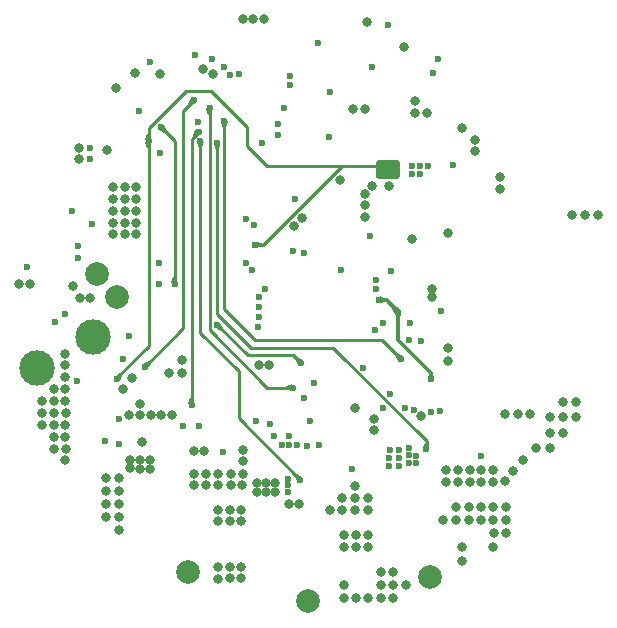
<source format=gbr>
%TF.GenerationSoftware,KiCad,Pcbnew,9.0.0*%
%TF.CreationDate,2025-06-25T03:54:54+08:00*%
%TF.ProjectId,CAPSTONE_MC,43415053-544f-44e4-955f-4d432e6b6963,Ver. 1.0.0*%
%TF.SameCoordinates,Original*%
%TF.FileFunction,Copper,L3,Inr*%
%TF.FilePolarity,Positive*%
%FSLAX46Y46*%
G04 Gerber Fmt 4.6, Leading zero omitted, Abs format (unit mm)*
G04 Created by KiCad (PCBNEW 9.0.0) date 2025-06-25 03:54:54*
%MOMM*%
%LPD*%
G01*
G04 APERTURE LIST*
%TA.AperFunction,ComponentPad*%
%ADD10C,2.000000*%
%TD*%
%TA.AperFunction,ComponentPad*%
%ADD11C,3.000000*%
%TD*%
%TA.AperFunction,ViaPad*%
%ADD12C,0.800000*%
%TD*%
%TA.AperFunction,ViaPad*%
%ADD13C,0.600000*%
%TD*%
%TA.AperFunction,Conductor*%
%ADD14C,0.250000*%
%TD*%
%TA.AperFunction,Conductor*%
%ADD15C,0.254000*%
%TD*%
%TA.AperFunction,Conductor*%
%ADD16C,0.300000*%
%TD*%
G04 APERTURE END LIST*
D10*
%TO.N,/CANL*%
%TO.C,TP16*%
X84295000Y-57885000D03*
%TD*%
%TO.N,/CANH*%
%TO.C,TP13*%
X82575000Y-55955000D03*
%TD*%
D11*
%TO.N,GND*%
%TO.C,TP2*%
X82245000Y-61265000D03*
%TD*%
%TO.N,/HVBUS*%
%TO.C,TP1*%
X77505000Y-63925000D03*
%TD*%
D10*
%TO.N,/HS2*%
%TO.C,TP4*%
X100415000Y-83665000D03*
%TD*%
%TO.N,/HS3*%
%TO.C,TP5*%
X110775000Y-81655000D03*
%TD*%
%TO.N,/HS1*%
%TO.C,TP3*%
X90235000Y-81165000D03*
%TD*%
D12*
%TO.N,GND*%
X80540000Y-57000000D03*
D13*
%TO.N,/LED_GREEN*%
X79900000Y-59330000D03*
D12*
%TO.N,GND*%
X112300000Y-52500000D03*
X93900000Y-72900000D03*
X91500000Y-38600000D03*
X92400000Y-39000000D03*
X115120000Y-73580000D03*
D13*
X98200000Y-70400000D03*
D12*
X92800000Y-72900000D03*
X102300000Y-75900000D03*
D13*
X103200000Y-55600000D03*
D12*
X105830000Y-48505000D03*
X85800000Y-38900000D03*
X104370001Y-67305331D03*
X91785000Y-73805000D03*
X103112653Y-48012653D03*
D13*
X109400000Y-67470000D03*
D12*
X116120000Y-73580000D03*
X96700000Y-34400000D03*
X114120000Y-73580000D03*
X89800000Y-64300000D03*
X116710000Y-47710000D03*
D13*
X106100000Y-60700000D03*
D12*
X99225000Y-51912653D03*
X117800000Y-72600000D03*
X85900000Y-51600000D03*
X103300000Y-75900000D03*
X116720000Y-48730000D03*
D13*
X98845558Y-69664442D03*
D12*
X99690000Y-75440000D03*
D13*
X109580000Y-71330000D03*
X98775000Y-73295000D03*
D12*
X93885000Y-73805000D03*
X96300000Y-63700000D03*
X88900000Y-67900000D03*
X113110000Y-73580000D03*
X81100000Y-58000000D03*
X84900000Y-48600000D03*
X87100000Y-67900000D03*
D13*
X84470000Y-68270000D03*
X86100000Y-42200000D03*
X108970000Y-70700000D03*
X98775000Y-74434250D03*
D12*
X103300000Y-74900000D03*
D13*
X108980000Y-71940000D03*
D12*
X89800000Y-63200000D03*
X83900000Y-52600000D03*
X112300000Y-63300000D03*
X109500000Y-41300000D03*
X104200000Y-42000000D03*
X110900000Y-57900000D03*
X114120000Y-72580000D03*
X105500000Y-75900000D03*
X125000000Y-51000000D03*
X90750000Y-73830000D03*
X92785000Y-73805000D03*
X116120000Y-72580000D03*
X110500000Y-42300000D03*
X90750000Y-70980000D03*
X83393674Y-45481021D03*
X117100000Y-73500000D03*
X85900000Y-52600000D03*
X97100000Y-63700000D03*
X86400000Y-70200000D03*
X105285000Y-50155000D03*
X114540000Y-45580000D03*
D13*
X109595000Y-71947000D03*
X98845558Y-70400000D03*
D12*
X82000000Y-58000000D03*
D13*
X106200000Y-56500000D03*
X106800000Y-60100000D03*
D12*
X110000000Y-68000000D03*
X119200000Y-67800000D03*
X106000000Y-69200000D03*
X105300000Y-42000000D03*
X85900000Y-49600000D03*
X112110000Y-73580000D03*
X85900000Y-48600000D03*
X88000000Y-67900000D03*
X94900000Y-72900000D03*
X83900000Y-49600000D03*
X110900000Y-57200000D03*
X91600000Y-70970000D03*
X112300000Y-62200000D03*
X104400000Y-74900000D03*
X94900000Y-34400000D03*
X114600000Y-44600000D03*
X105400000Y-34600000D03*
X99907322Y-51217984D03*
X112110000Y-72580000D03*
D13*
X108970000Y-71320000D03*
D12*
X86200000Y-67900000D03*
X106000000Y-68200000D03*
X76900000Y-56800000D03*
X94900000Y-70900000D03*
X118600000Y-71700000D03*
X113500000Y-43600000D03*
X109500000Y-42300000D03*
X84900000Y-49600000D03*
X104400000Y-75900000D03*
X83900000Y-48600000D03*
X118200000Y-67800000D03*
D13*
X108670000Y-67310000D03*
D12*
X85300000Y-67900000D03*
X109200000Y-53000000D03*
X122800000Y-51000000D03*
X94905000Y-71765000D03*
D13*
X107500000Y-55700000D03*
D12*
X104400000Y-73900000D03*
X98790000Y-75440000D03*
X83900000Y-51600000D03*
D13*
X106200000Y-57200000D03*
X98780000Y-73850000D03*
X96800000Y-57200000D03*
D12*
X90765000Y-72925000D03*
X105300000Y-51100000D03*
X123900000Y-51000000D03*
X113110000Y-72580000D03*
X84900000Y-51600000D03*
X76000000Y-56800000D03*
X94885000Y-73805000D03*
X88700000Y-64300000D03*
X85900000Y-50600000D03*
X105300000Y-49200000D03*
X85500000Y-64800000D03*
X95800000Y-34400000D03*
D13*
X99500000Y-70400000D03*
D12*
X108600000Y-36700000D03*
X87900000Y-39000000D03*
X117100000Y-67800000D03*
D13*
X81965000Y-46255000D03*
D12*
X84900000Y-50600000D03*
X105500000Y-74900000D03*
X91800000Y-72900000D03*
D13*
X81965000Y-45285000D03*
D12*
X84200000Y-40200000D03*
X83900000Y-50600000D03*
X84900000Y-52600000D03*
X86200000Y-67000000D03*
X115120000Y-72580000D03*
D13*
%TO.N,+3V3*%
X87050000Y-38000000D03*
X90900000Y-37450000D03*
X101250000Y-36400000D03*
X99350000Y-49600000D03*
X76650000Y-55400000D03*
%TO.N,+3.3VA*%
X86950000Y-44700000D03*
X95931147Y-53500000D03*
X106800000Y-46800000D03*
X100100000Y-66500000D03*
X84300000Y-64850000D03*
X107775000Y-47535000D03*
X110000000Y-61650000D03*
%TO.N,GNDA*%
X87900000Y-45700000D03*
X107400000Y-66100000D03*
D12*
X84800000Y-65700000D03*
D13*
X96000000Y-68400000D03*
X95877210Y-51846955D03*
X91150000Y-43100000D03*
D12*
X107300000Y-48500000D03*
D13*
X97200000Y-68700000D03*
X100900000Y-65200000D03*
X83259054Y-70127764D03*
X109035000Y-60100000D03*
X109013370Y-61586630D03*
X111700000Y-59105000D03*
X84800000Y-63175000D03*
D12*
%TO.N,/HVBUS*%
X79900000Y-68750000D03*
X79900000Y-66750000D03*
X84400000Y-74300000D03*
X114100000Y-75700000D03*
X94800000Y-75900000D03*
X106600000Y-83400000D03*
X83300000Y-76500000D03*
X104500000Y-78100000D03*
X104500000Y-83400000D03*
X113500000Y-79100000D03*
X84400000Y-76500000D03*
X79900000Y-64700000D03*
X83300000Y-75400000D03*
X94800000Y-80800000D03*
X92800000Y-75900000D03*
X92800000Y-81800000D03*
X117200000Y-76800000D03*
X83300000Y-74300000D03*
X113500000Y-80300000D03*
X111900000Y-76800000D03*
X123100000Y-68100000D03*
X116135000Y-79095000D03*
X78895000Y-65700000D03*
X105500000Y-78100000D03*
X116150000Y-77915000D03*
X106600000Y-81200000D03*
X116100000Y-76800000D03*
X120900000Y-69400000D03*
X92800000Y-76900000D03*
X105500000Y-79100000D03*
X122000000Y-69400000D03*
X116100000Y-75700000D03*
X122000000Y-66800000D03*
X105500000Y-83400000D03*
X120900000Y-70700000D03*
X103500000Y-79100000D03*
X104500000Y-79100000D03*
X113000000Y-75700000D03*
X119700000Y-70700000D03*
X84400000Y-75400000D03*
X78905000Y-69750000D03*
X77905000Y-67750000D03*
X79900000Y-62700000D03*
X79905000Y-70750000D03*
X115100000Y-75700000D03*
X114100000Y-76800000D03*
X94800000Y-81700000D03*
X92800000Y-80800000D03*
X84400000Y-73200000D03*
X79900000Y-69750000D03*
X107600000Y-83400000D03*
X93800000Y-81700000D03*
X117200000Y-77900000D03*
X78900000Y-68750000D03*
X79895000Y-65700000D03*
X103500000Y-83400000D03*
X113000000Y-76800000D03*
X94800000Y-76900000D03*
X106600000Y-82300000D03*
X93800000Y-80800000D03*
X93800000Y-75900000D03*
X84400000Y-77600000D03*
X122000000Y-68100000D03*
X93800000Y-76900000D03*
X78905000Y-70750000D03*
X79900000Y-63700000D03*
X107600000Y-81200000D03*
X117200000Y-75700000D03*
X120900000Y-68100000D03*
X103500000Y-82300000D03*
D13*
X80900000Y-65000000D03*
D12*
X79900000Y-71750000D03*
X79905000Y-67750000D03*
X115100000Y-76800000D03*
X77900000Y-68750000D03*
X77905000Y-66750000D03*
X83300000Y-73200000D03*
D13*
X85300000Y-61200000D03*
D12*
X123100000Y-66800000D03*
X78905000Y-66750000D03*
X107600000Y-82300000D03*
X103500000Y-78100000D03*
X78905000Y-67750000D03*
X108700000Y-82300000D03*
D13*
%TO.N,+3V8*%
X109200000Y-47500000D03*
X112700000Y-46700000D03*
D12*
X81005000Y-45285000D03*
D13*
X109900000Y-47500000D03*
X105655000Y-52745000D03*
X110600000Y-46800000D03*
X109200000Y-46800000D03*
D12*
X81005000Y-46255000D03*
D13*
X109900000Y-46800000D03*
%TO.N,/HS2*%
X104186750Y-72490000D03*
%TO.N,/HS3*%
X115080000Y-71410000D03*
%TO.N,/HS1*%
X93245000Y-71055000D03*
%TO.N,/CURRENT_3*%
X108300000Y-63150000D03*
X93360000Y-42990000D03*
%TO.N,/CURRENT_2*%
X92112064Y-41880692D03*
X99150000Y-65580000D03*
%TO.N,/CURRENT_1*%
X86650000Y-63800000D03*
X90780000Y-41238000D03*
%TO.N,/ADC_TEMP*%
X92758058Y-60241942D03*
X99820000Y-63490000D03*
%TO.N,/TEMP_MOTOR*%
X95160000Y-51295000D03*
%TO.N,/CANH*%
X111397921Y-37724796D03*
X87800000Y-55025000D03*
%TO.N,/CANL*%
X87800000Y-56800000D03*
X111041942Y-38941942D03*
%TO.N,/U1_RX_FAULT*%
X80435000Y-50605000D03*
X93801000Y-39130000D03*
%TO.N,/U1_TX_SERVO*%
X94595342Y-39035000D03*
X82125000Y-51695000D03*
%TO.N,/LED_RED*%
X95691117Y-55625000D03*
X100100000Y-54150000D03*
X78990000Y-59990001D03*
%TO.N,/LED_GREEN*%
X99150000Y-54000000D03*
X95150000Y-55000000D03*
%TO.N,Net-(U4-VS)*%
X107330000Y-71550000D03*
X108100000Y-72190000D03*
X107330000Y-72190000D03*
X108110000Y-71550000D03*
X107340000Y-70900000D03*
X108100000Y-70900000D03*
X106750000Y-67290000D03*
D12*
%TO.N,Net-(U3-VS)*%
X97620000Y-74420000D03*
X96140000Y-74430000D03*
X96860000Y-74430000D03*
X96140000Y-73670000D03*
D13*
X97540000Y-69690000D03*
D12*
X97600000Y-73670000D03*
X96860000Y-73670000D03*
%TO.N,Net-(U2-VS)*%
X86200000Y-72430000D03*
X87020000Y-72430000D03*
X87020000Y-71710000D03*
D13*
X84400000Y-70360000D03*
D12*
X86200000Y-71710000D03*
X85380000Y-72420000D03*
X85390000Y-71710000D03*
D13*
%TO.N,/AN_IN*%
X87950000Y-43500000D03*
X89150000Y-56800000D03*
%TO.N,/VOLTAGE_1*%
X90590000Y-67040000D03*
X91161930Y-43925300D03*
%TO.N,/VOLTAGE_2*%
X91302298Y-44712892D03*
X99795000Y-73365000D03*
%TO.N,/VOLTAGE_3*%
X110395000Y-70815000D03*
X92733000Y-44850000D03*
%TO.N,/USB_DM*%
X98880000Y-40000003D03*
X80930000Y-54585000D03*
%TO.N,/USB_DP*%
X98880000Y-39200000D03*
X80935000Y-53595000D03*
%TO.N,/L1*%
X89890000Y-68860000D03*
X96556147Y-44850000D03*
%TO.N,/TX_SCL_MOSI*%
X96306149Y-57906149D03*
%TO.N,/H1*%
X91215000Y-68810000D03*
X97875000Y-43225000D03*
%TO.N,/L3*%
X102215000Y-44395822D03*
X110826707Y-67615293D03*
%TO.N,/L2*%
X100385001Y-70508771D03*
X97875000Y-44230000D03*
%TO.N,/H3*%
X111623799Y-67547109D03*
X102290000Y-40530000D03*
%TO.N,/MISO_ADC_EXT2*%
X96258058Y-58741942D03*
%TO.N,/H2*%
X98383058Y-41883058D03*
X101370000Y-70440000D03*
%TO.N,/SCK_ADC_EXT*%
X96240750Y-59608519D03*
%TO.N,/CAN_RX*%
X105870000Y-38410000D03*
X93293161Y-38410000D03*
%TO.N,/CAN_TX*%
X92290000Y-37736902D03*
X107180000Y-34840000D03*
%TO.N,/RX_SDA_NSS*%
X96208242Y-60459895D03*
%TO.N,/Vref*%
X108050000Y-59150000D03*
X100600000Y-68400000D03*
X106444669Y-58144669D03*
X105121942Y-63878058D03*
X110850000Y-64850000D03*
%TD*%
D14*
%TO.N,+3.3VA*%
X86950000Y-62050000D02*
X86950000Y-44700000D01*
X86950000Y-44700000D02*
X86950000Y-43614702D01*
X99900000Y-46800000D02*
X103500000Y-46800000D01*
X95250000Y-43550000D02*
X95250000Y-45100000D01*
X90064702Y-40500000D02*
X92200000Y-40500000D01*
X96600000Y-53500000D02*
X103300000Y-46800000D01*
X84300000Y-64700000D02*
X86950000Y-62050000D01*
X95250000Y-45100000D02*
X96950000Y-46800000D01*
X96950000Y-46800000D02*
X99900000Y-46800000D01*
X95931147Y-53500000D02*
X96600000Y-53500000D01*
X86950000Y-43614702D02*
X90064702Y-40500000D01*
X92200000Y-40500000D02*
X95250000Y-43550000D01*
X103500000Y-46800000D02*
X106800000Y-46800000D01*
X84300000Y-64850000D02*
X84300000Y-64700000D01*
X103300000Y-46800000D02*
X103500000Y-46800000D01*
D15*
%TO.N,/CURRENT_3*%
X106700000Y-61550000D02*
X95950000Y-61550000D01*
X93360000Y-58960000D02*
X93360000Y-42990000D01*
X95950000Y-61550000D02*
X93360000Y-58960000D01*
X108300000Y-63150000D02*
X106700000Y-61550000D01*
D14*
%TO.N,/CURRENT_2*%
X92107000Y-41885756D02*
X92112064Y-41880692D01*
X99150000Y-65580000D02*
X96980000Y-65580000D01*
X92107000Y-60707000D02*
X92107000Y-41885756D01*
X96980000Y-65580000D02*
X92107000Y-60707000D01*
D15*
%TO.N,/CURRENT_1*%
X89890000Y-60560000D02*
X89890000Y-42128000D01*
X89890000Y-42128000D02*
X90780000Y-41238000D01*
X86650000Y-63800000D02*
X89890000Y-60560000D01*
D14*
%TO.N,/ADC_TEMP*%
X99155000Y-62825000D02*
X95341116Y-62825000D01*
X95341116Y-62825000D02*
X92758058Y-60241942D01*
X99820000Y-63490000D02*
X99155000Y-62825000D01*
D15*
%TO.N,/AN_IN*%
X89150000Y-44700000D02*
X87950000Y-43500000D01*
X89150000Y-56800000D02*
X89150000Y-44700000D01*
D14*
%TO.N,/VOLTAGE_1*%
X91161930Y-43925300D02*
X90590000Y-44497230D01*
X90590000Y-44497230D02*
X90590000Y-67040000D01*
%TO.N,/VOLTAGE_2*%
X91320000Y-60920000D02*
X94600000Y-64200000D01*
X99795000Y-73365000D02*
X94600000Y-68170000D01*
X91302298Y-44712892D02*
X91320000Y-44730594D01*
X91320000Y-44730594D02*
X91320000Y-60920000D01*
X94600000Y-68170000D02*
X94600000Y-64200000D01*
%TO.N,/VOLTAGE_3*%
X92733000Y-59333000D02*
X92733000Y-44850000D01*
X95600000Y-62200000D02*
X92733000Y-59333000D01*
X110475000Y-70115000D02*
X102560000Y-62200000D01*
X102560000Y-62200000D02*
X95600000Y-62200000D01*
X110475000Y-70735000D02*
X110475000Y-70115000D01*
X110395000Y-70815000D02*
X110475000Y-70735000D01*
D16*
%TO.N,/Vref*%
X110850000Y-64342500D02*
X110850000Y-64850000D01*
X106500000Y-58200000D02*
X107100000Y-58200000D01*
X107100000Y-58200000D02*
X108050000Y-59150000D01*
X108085000Y-59185000D02*
X108050000Y-59150000D01*
X106444669Y-58144669D02*
X106500000Y-58200000D01*
X108085000Y-61577500D02*
X110850000Y-64342500D01*
X108085000Y-61577500D02*
X108085000Y-59185000D01*
%TD*%
%TA.AperFunction,Conductor*%
%TO.N,+3.3VA*%
G36*
X107907243Y-46301441D02*
G01*
X107950233Y-46309992D01*
X108000173Y-46319925D01*
X108027208Y-46331124D01*
X108099727Y-46379579D01*
X108101272Y-46381124D01*
X108102409Y-46381456D01*
X108120420Y-46400272D01*
X108168875Y-46472791D01*
X108180074Y-46499826D01*
X108198559Y-46592755D01*
X108200000Y-46607387D01*
X108200000Y-47592612D01*
X108198559Y-47607244D01*
X108180074Y-47700173D01*
X108179237Y-47702192D01*
X108179366Y-47703367D01*
X108168875Y-47727208D01*
X108120420Y-47799727D01*
X108099727Y-47820420D01*
X108027208Y-47868875D01*
X108000173Y-47880074D01*
X107907244Y-47898559D01*
X107892612Y-47900000D01*
X107387772Y-47900000D01*
X107380138Y-47899500D01*
X107379057Y-47899500D01*
X107220943Y-47899500D01*
X107219862Y-47899500D01*
X107212228Y-47900000D01*
X106507388Y-47900000D01*
X106492756Y-47898559D01*
X106399826Y-47880074D01*
X106372791Y-47868875D01*
X106300272Y-47820420D01*
X106279579Y-47799727D01*
X106231124Y-47727208D01*
X106219925Y-47700173D01*
X106201441Y-47607243D01*
X106200000Y-47592612D01*
X106200000Y-46607387D01*
X106201441Y-46592756D01*
X106204048Y-46579644D01*
X106219926Y-46499824D01*
X106231124Y-46472791D01*
X106279581Y-46400269D01*
X106300269Y-46379581D01*
X106372791Y-46331123D01*
X106399824Y-46319926D01*
X106460225Y-46307911D01*
X106492757Y-46301441D01*
X106507388Y-46300000D01*
X107892612Y-46300000D01*
X107907243Y-46301441D01*
G37*
%TD.AperFunction*%
%TD*%
%TA.AperFunction,Conductor*%
%TO.N,+3.3VA*%
G36*
X87231479Y-44755946D02*
G01*
X87238907Y-44760945D01*
X87240626Y-44769733D01*
X87240315Y-44770937D01*
X87077583Y-45286060D01*
X87071823Y-45292917D01*
X87066426Y-45294236D01*
X86833574Y-45294236D01*
X86825301Y-45290809D01*
X86822417Y-45286060D01*
X86659684Y-44770937D01*
X86660460Y-44762016D01*
X86667317Y-44756256D01*
X86668500Y-44755950D01*
X86947682Y-44699469D01*
X86952318Y-44699469D01*
X87231479Y-44755946D01*
G37*
%TD.AperFunction*%
%TD*%
%TA.AperFunction,Conductor*%
%TO.N,+3.3VA*%
G36*
X87074699Y-44109191D02*
G01*
X87077583Y-44113940D01*
X87240315Y-44629062D01*
X87239539Y-44637983D01*
X87232682Y-44643743D01*
X87231478Y-44644054D01*
X86952320Y-44700530D01*
X86947680Y-44700530D01*
X86714553Y-44653366D01*
X86668520Y-44644053D01*
X86661092Y-44639054D01*
X86659373Y-44630266D01*
X86659680Y-44629075D01*
X86822417Y-44113939D01*
X86828177Y-44107083D01*
X86833574Y-44105764D01*
X87066426Y-44105764D01*
X87074699Y-44109191D01*
G37*
%TD.AperFunction*%
%TD*%
%TA.AperFunction,Conductor*%
%TO.N,+3.3VA*%
G36*
X84550197Y-64287670D02*
G01*
X84714824Y-64452297D01*
X84718251Y-64460570D01*
X84717824Y-64463702D01*
X84597134Y-64898094D01*
X84591618Y-64905148D01*
X84583610Y-64906443D01*
X84304088Y-64851647D01*
X84296630Y-64846694D01*
X84139311Y-64609576D01*
X84137593Y-64600789D01*
X84141852Y-64593895D01*
X84534717Y-64286725D01*
X84543346Y-64284330D01*
X84550197Y-64287670D01*
G37*
%TD.AperFunction*%
%TD*%
%TA.AperFunction,Conductor*%
%TO.N,+3.3VA*%
G36*
X96002076Y-53209681D02*
G01*
X96517207Y-53372417D01*
X96524064Y-53378177D01*
X96525383Y-53383574D01*
X96525383Y-53616425D01*
X96521956Y-53624698D01*
X96517207Y-53627582D01*
X96002084Y-53790315D01*
X95993163Y-53789539D01*
X95987403Y-53782682D01*
X95987096Y-53781494D01*
X95930616Y-53502318D01*
X95930616Y-53497680D01*
X95953701Y-53383574D01*
X95987093Y-53218518D01*
X95992092Y-53211092D01*
X96000880Y-53209373D01*
X96002076Y-53209681D01*
G37*
%TD.AperFunction*%
%TD*%
%TA.AperFunction,Conductor*%
%TO.N,+3.3VA*%
G36*
X106801000Y-46800000D02*
G01*
X106741473Y-47094236D01*
X106205764Y-46925000D01*
X106205764Y-46675000D01*
X106741473Y-46505764D01*
X106801000Y-46800000D01*
G37*
%TD.AperFunction*%
%TD*%
%TA.AperFunction,Conductor*%
%TO.N,/CURRENT_3*%
G36*
X93641523Y-43045955D02*
G01*
X93648951Y-43050954D01*
X93650670Y-43059742D01*
X93650370Y-43060909D01*
X93489564Y-43576023D01*
X93483828Y-43582899D01*
X93478396Y-43584236D01*
X93241604Y-43584236D01*
X93233331Y-43580809D01*
X93230436Y-43576023D01*
X93069629Y-43060909D01*
X93070434Y-43051990D01*
X93077310Y-43046254D01*
X93078458Y-43045958D01*
X93357682Y-42989469D01*
X93362318Y-42989469D01*
X93641523Y-43045955D01*
G37*
%TD.AperFunction*%
%TD*%
%TA.AperFunction,Conductor*%
%TO.N,/CURRENT_3*%
G36*
X107977233Y-62644003D02*
G01*
X108455182Y-62894537D01*
X108460918Y-62901412D01*
X108460113Y-62910331D01*
X108459499Y-62911367D01*
X108302015Y-63148734D01*
X108298734Y-63152015D01*
X108061367Y-63309499D01*
X108052579Y-63311218D01*
X108045150Y-63306218D01*
X108044541Y-63305191D01*
X107794003Y-62827234D01*
X107793199Y-62818316D01*
X107796092Y-62813532D01*
X107963531Y-62646093D01*
X107971803Y-62642667D01*
X107977233Y-62644003D01*
G37*
%TD.AperFunction*%
%TD*%
%TA.AperFunction,Conductor*%
%TO.N,/CURRENT_2*%
G36*
X99087983Y-65290460D02*
G01*
X99093743Y-65297317D01*
X99094054Y-65298521D01*
X99150530Y-65577680D01*
X99150530Y-65582320D01*
X99094054Y-65861478D01*
X99089054Y-65868907D01*
X99080266Y-65870626D01*
X99079062Y-65870315D01*
X98563940Y-65707582D01*
X98557083Y-65701822D01*
X98555764Y-65696425D01*
X98555764Y-65463574D01*
X98559191Y-65455301D01*
X98563940Y-65452417D01*
X99079063Y-65289684D01*
X99087983Y-65290460D01*
G37*
%TD.AperFunction*%
%TD*%
%TA.AperFunction,Conductor*%
%TO.N,/CURRENT_2*%
G36*
X92393431Y-41936615D02*
G01*
X92400860Y-41941615D01*
X92402579Y-41950403D01*
X92402237Y-41951703D01*
X92234629Y-42466848D01*
X92228811Y-42473655D01*
X92223503Y-42474928D01*
X91990651Y-42474928D01*
X91982378Y-42471501D01*
X91979465Y-42466656D01*
X91976269Y-42456229D01*
X91821608Y-41951554D01*
X91822460Y-41942642D01*
X91829366Y-41936942D01*
X91830462Y-41936662D01*
X92109746Y-41880161D01*
X92114382Y-41880161D01*
X92393431Y-41936615D01*
G37*
%TD.AperFunction*%
%TD*%
%TA.AperFunction,Conductor*%
%TO.N,/CURRENT_1*%
G36*
X90540331Y-41077886D02*
G01*
X90541367Y-41078500D01*
X90778734Y-41235984D01*
X90782015Y-41239265D01*
X90939499Y-41476632D01*
X90941218Y-41485420D01*
X90936218Y-41492849D01*
X90935182Y-41493463D01*
X90457235Y-41743995D01*
X90448316Y-41744800D01*
X90443530Y-41741905D01*
X90276094Y-41574469D01*
X90272667Y-41566196D01*
X90274003Y-41560766D01*
X90524538Y-41082815D01*
X90531412Y-41077081D01*
X90540331Y-41077886D01*
G37*
%TD.AperFunction*%
%TD*%
%TA.AperFunction,Conductor*%
%TO.N,/CURRENT_1*%
G36*
X86986469Y-63296094D02*
G01*
X87153905Y-63463530D01*
X87157332Y-63471803D01*
X87155995Y-63477235D01*
X86905463Y-63955182D01*
X86898587Y-63960918D01*
X86889668Y-63960113D01*
X86888632Y-63959499D01*
X86651265Y-63802015D01*
X86647984Y-63798734D01*
X86490500Y-63561367D01*
X86488781Y-63552579D01*
X86493781Y-63545150D01*
X86494799Y-63544546D01*
X86972765Y-63294003D01*
X86981683Y-63293199D01*
X86986469Y-63296094D01*
G37*
%TD.AperFunction*%
%TD*%
%TA.AperFunction,Conductor*%
%TO.N,/ADC_TEMP*%
G36*
X93012870Y-60085747D02*
G01*
X93013502Y-60086818D01*
X93262679Y-60566133D01*
X93263455Y-60575054D01*
X93260571Y-60579803D01*
X93095919Y-60744455D01*
X93087646Y-60747882D01*
X93082249Y-60746563D01*
X92602934Y-60497386D01*
X92597174Y-60490529D01*
X92597950Y-60481608D01*
X92598574Y-60480549D01*
X92756043Y-60243205D01*
X92759321Y-60239927D01*
X92996654Y-60082465D01*
X93005441Y-60080747D01*
X93012870Y-60085747D01*
G37*
%TD.AperFunction*%
%TD*%
%TA.AperFunction,Conductor*%
%TO.N,/ADC_TEMP*%
G36*
X99495805Y-62985377D02*
G01*
X99975123Y-63234556D01*
X99980883Y-63241412D01*
X99980107Y-63250333D01*
X99979475Y-63251404D01*
X99822015Y-63488734D01*
X99818734Y-63492015D01*
X99581404Y-63649475D01*
X99572616Y-63651194D01*
X99565187Y-63646194D01*
X99564560Y-63645132D01*
X99315377Y-63165806D01*
X99314602Y-63156887D01*
X99317484Y-63152140D01*
X99482139Y-62987485D01*
X99490411Y-62984059D01*
X99495805Y-62985377D01*
G37*
%TD.AperFunction*%
%TD*%
%TA.AperFunction,Conductor*%
%TO.N,/AN_IN*%
G36*
X88204849Y-43343781D02*
G01*
X88205463Y-43344817D01*
X88455995Y-43822764D01*
X88456800Y-43831683D01*
X88453905Y-43836469D01*
X88286469Y-44003905D01*
X88278196Y-44007332D01*
X88272764Y-44005995D01*
X88019819Y-43873405D01*
X87794816Y-43755462D01*
X87789081Y-43748587D01*
X87789886Y-43739668D01*
X87790500Y-43738632D01*
X87947985Y-43501263D01*
X87951263Y-43497985D01*
X88188632Y-43340499D01*
X88197420Y-43338781D01*
X88204849Y-43343781D01*
G37*
%TD.AperFunction*%
%TD*%
%TA.AperFunction,Conductor*%
%TO.N,/AN_IN*%
G36*
X89276669Y-56209191D02*
G01*
X89279564Y-56213977D01*
X89440370Y-56729090D01*
X89439565Y-56738009D01*
X89432689Y-56743745D01*
X89431522Y-56744045D01*
X89152320Y-56800530D01*
X89147680Y-56800530D01*
X88868477Y-56744045D01*
X88861048Y-56739045D01*
X88859329Y-56730257D01*
X88859625Y-56729102D01*
X89020436Y-56213976D01*
X89026172Y-56207101D01*
X89031604Y-56205764D01*
X89268396Y-56205764D01*
X89276669Y-56209191D01*
G37*
%TD.AperFunction*%
%TD*%
%TA.AperFunction,Conductor*%
%TO.N,/VOLTAGE_1*%
G36*
X90922263Y-43765192D02*
G01*
X90923330Y-43765821D01*
X91149349Y-43915777D01*
X91160664Y-43923284D01*
X91163945Y-43926565D01*
X91321405Y-44163895D01*
X91323124Y-44172683D01*
X91318124Y-44180112D01*
X91317053Y-44180744D01*
X91258713Y-44211073D01*
X91253316Y-44212392D01*
X91236403Y-44212392D01*
X91109113Y-44246498D01*
X91109109Y-44246500D01*
X90994987Y-44312389D01*
X90994982Y-44312393D01*
X90921732Y-44385642D01*
X90918856Y-44387750D01*
X90837738Y-44429921D01*
X90828817Y-44430697D01*
X90824068Y-44427813D01*
X90659416Y-44263161D01*
X90655989Y-44254888D01*
X90657307Y-44249494D01*
X90906487Y-43770174D01*
X90913342Y-43764416D01*
X90922263Y-43765192D01*
G37*
%TD.AperFunction*%
%TD*%
%TA.AperFunction,Conductor*%
%TO.N,/VOLTAGE_1*%
G36*
X90714699Y-66449191D02*
G01*
X90717583Y-66453940D01*
X90880315Y-66969062D01*
X90879539Y-66977983D01*
X90872682Y-66983743D01*
X90871478Y-66984054D01*
X90592320Y-67040530D01*
X90587680Y-67040530D01*
X90354553Y-66993366D01*
X90308520Y-66984053D01*
X90301092Y-66979054D01*
X90299373Y-66970266D01*
X90299680Y-66969075D01*
X90462417Y-66453939D01*
X90468177Y-66447083D01*
X90473574Y-66445764D01*
X90706426Y-66445764D01*
X90714699Y-66449191D01*
G37*
%TD.AperFunction*%
%TD*%
%TA.AperFunction,Conductor*%
%TO.N,/VOLTAGE_2*%
G36*
X99470805Y-72860377D02*
G01*
X99950123Y-73109556D01*
X99955883Y-73116412D01*
X99955107Y-73125333D01*
X99954475Y-73126404D01*
X99797015Y-73363734D01*
X99793734Y-73367015D01*
X99556404Y-73524475D01*
X99547616Y-73526194D01*
X99540187Y-73521194D01*
X99539560Y-73520132D01*
X99290377Y-73040806D01*
X99289602Y-73031887D01*
X99292484Y-73027140D01*
X99457139Y-72862485D01*
X99465411Y-72859059D01*
X99470805Y-72860377D01*
G37*
%TD.AperFunction*%
%TD*%
%TA.AperFunction,Conductor*%
%TO.N,/VOLTAGE_2*%
G36*
X91584159Y-44768915D02*
G01*
X91591588Y-44773915D01*
X91593307Y-44782703D01*
X91593097Y-44783568D01*
X91447409Y-45298613D01*
X91441860Y-45305641D01*
X91436151Y-45307128D01*
X91203309Y-45307128D01*
X91195036Y-45303701D01*
X91192262Y-45299283D01*
X91012480Y-44784080D01*
X91012990Y-44775142D01*
X91019672Y-44769180D01*
X91021198Y-44768761D01*
X91299980Y-44712361D01*
X91304616Y-44712361D01*
X91584159Y-44768915D01*
G37*
%TD.AperFunction*%
%TD*%
%TA.AperFunction,Conductor*%
%TO.N,/VOLTAGE_3*%
G36*
X93014479Y-44905946D02*
G01*
X93021907Y-44910945D01*
X93023626Y-44919733D01*
X93023315Y-44920937D01*
X92860583Y-45436060D01*
X92854823Y-45442917D01*
X92849426Y-45444236D01*
X92616574Y-45444236D01*
X92608301Y-45440809D01*
X92605417Y-45436060D01*
X92442684Y-44920937D01*
X92443460Y-44912016D01*
X92450317Y-44906256D01*
X92451500Y-44905950D01*
X92730682Y-44849469D01*
X92735318Y-44849469D01*
X93014479Y-44905946D01*
G37*
%TD.AperFunction*%
%TD*%
%TA.AperFunction,Conductor*%
%TO.N,/VOLTAGE_3*%
G36*
X110598388Y-70233085D02*
G01*
X110601651Y-70239404D01*
X110687343Y-70745298D01*
X110685346Y-70754027D01*
X110678127Y-70758720D01*
X110399789Y-70815030D01*
X110391001Y-70813311D01*
X110390942Y-70813272D01*
X110154017Y-70654014D01*
X110149063Y-70646555D01*
X110150031Y-70639170D01*
X110346794Y-70236224D01*
X110353503Y-70230294D01*
X110357307Y-70229658D01*
X110590115Y-70229658D01*
X110598388Y-70233085D01*
G37*
%TD.AperFunction*%
%TD*%
%TA.AperFunction,Conductor*%
%TO.N,/Vref*%
G36*
X110898789Y-64187593D02*
G01*
X110901361Y-64191476D01*
X111138945Y-64778403D01*
X111138873Y-64787357D01*
X111132490Y-64793638D01*
X111130414Y-64794262D01*
X110853015Y-64850241D01*
X110848397Y-64850243D01*
X110568517Y-64794034D01*
X110561081Y-64789045D01*
X110559350Y-64780259D01*
X110559654Y-64779075D01*
X110681744Y-64389971D01*
X110684631Y-64385205D01*
X110882244Y-64187592D01*
X110890516Y-64184166D01*
X110898789Y-64187593D01*
G37*
%TD.AperFunction*%
%TD*%
%TA.AperFunction,Conductor*%
%TO.N,/Vref*%
G36*
X106516026Y-57855212D02*
G01*
X107031290Y-58047163D01*
X107037846Y-58053261D01*
X107038905Y-58058126D01*
X107038905Y-58340081D01*
X107035478Y-58348354D01*
X107029121Y-58351623D01*
X106514340Y-58437055D01*
X106505617Y-58435029D01*
X106500956Y-58427833D01*
X106485538Y-58351623D01*
X106444138Y-58146987D01*
X106444138Y-58142349D01*
X106500480Y-57863855D01*
X106505479Y-57856429D01*
X106514267Y-57854710D01*
X106516026Y-57855212D01*
G37*
%TD.AperFunction*%
%TD*%
%TA.AperFunction,Conductor*%
%TO.N,/Vref*%
G36*
X107743646Y-58628218D02*
G01*
X108028798Y-58792392D01*
X108205867Y-58894339D01*
X108211327Y-58901437D01*
X108210169Y-58910317D01*
X108209778Y-58910947D01*
X108052015Y-59148734D01*
X108048734Y-59152015D01*
X107810947Y-59309778D01*
X107802159Y-59311497D01*
X107794730Y-59306497D01*
X107794339Y-59305867D01*
X107566966Y-58910947D01*
X107528218Y-58843646D01*
X107527061Y-58834768D01*
X107530084Y-58829539D01*
X107729538Y-58630085D01*
X107737810Y-58626659D01*
X107743646Y-58628218D01*
G37*
%TD.AperFunction*%
%TD*%
%TA.AperFunction,Conductor*%
%TO.N,/Vref*%
G36*
X108332750Y-59206203D02*
G01*
X108340179Y-59211203D01*
X108341898Y-59219991D01*
X108341894Y-59220009D01*
X108236909Y-59734874D01*
X108231898Y-59742295D01*
X108225445Y-59744236D01*
X107943422Y-59744236D01*
X107935149Y-59740809D01*
X107932327Y-59736248D01*
X107931867Y-59734874D01*
X107759964Y-59221080D01*
X107760588Y-59212148D01*
X107767347Y-59206274D01*
X107768723Y-59205905D01*
X108047682Y-59149469D01*
X108052318Y-59149469D01*
X108332750Y-59206203D01*
G37*
%TD.AperFunction*%
%TD*%
M02*

</source>
